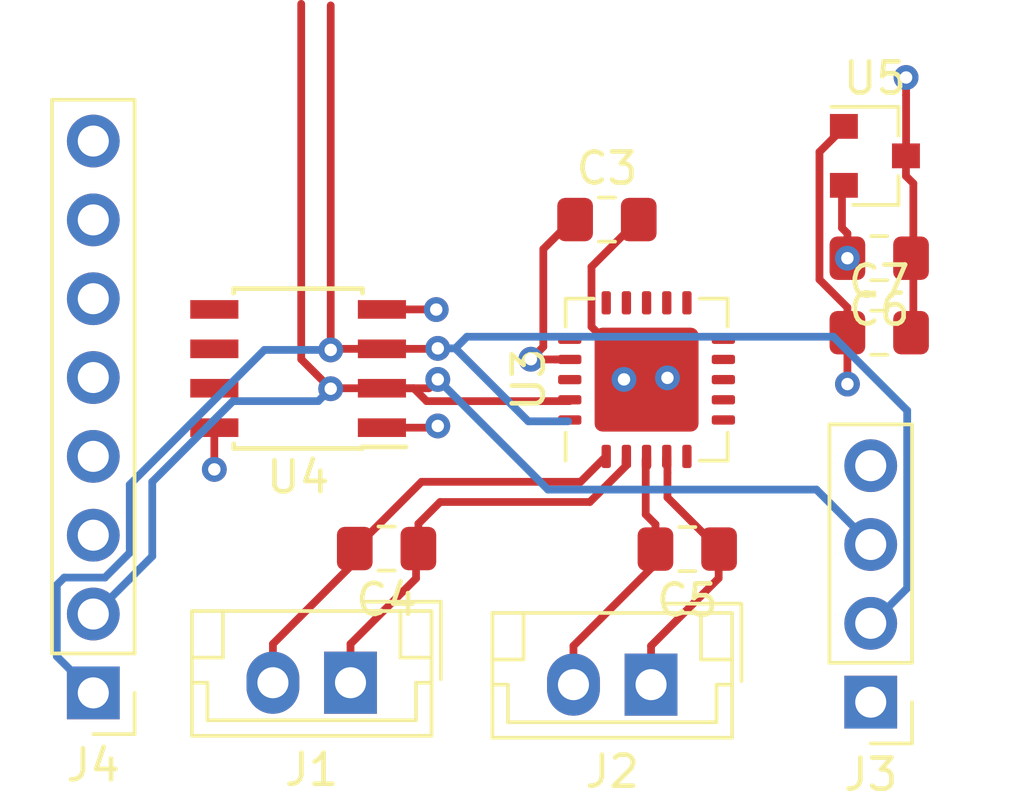
<source format=kicad_pcb>
(kicad_pcb (version 20171130) (host pcbnew "(5.0.0)")

  (general
    (thickness 1.6)
    (drawings 0)
    (tracks 113)
    (zones 0)
    (modules 12)
    (nets 18)
  )

  (page A4)
  (layers
    (0 F.Cu signal)
    (1 power.Cu signal)
    (2 ground.Cu signal)
    (31 B.Cu signal)
    (32 B.Adhes user)
    (33 F.Adhes user)
    (34 B.Paste user)
    (35 F.Paste user)
    (36 B.SilkS user)
    (37 F.SilkS user)
    (38 B.Mask user)
    (39 F.Mask user)
    (40 Dwgs.User user)
    (41 Cmts.User user)
    (42 Eco1.User user)
    (43 Eco2.User user)
    (44 Edge.Cuts user)
    (45 Margin user)
    (46 B.CrtYd user)
    (47 F.CrtYd user)
    (48 B.Fab user)
    (49 F.Fab user)
  )

  (setup
    (last_trace_width 0.25)
    (trace_clearance 0.2)
    (zone_clearance 0.508)
    (zone_45_only no)
    (trace_min 0.2)
    (segment_width 0.2)
    (edge_width 0.1)
    (via_size 0.8)
    (via_drill 0.4)
    (via_min_size 0.4)
    (via_min_drill 0.3)
    (uvia_size 0.3)
    (uvia_drill 0.1)
    (uvias_allowed no)
    (uvia_min_size 0.2)
    (uvia_min_drill 0.1)
    (pcb_text_width 0.3)
    (pcb_text_size 1.5 1.5)
    (mod_edge_width 0.15)
    (mod_text_size 1 1)
    (mod_text_width 0.15)
    (pad_size 1.5 1.5)
    (pad_drill 0.6)
    (pad_to_mask_clearance 0)
    (aux_axis_origin 0 0)
    (visible_elements 7FFFFFFF)
    (pcbplotparams
      (layerselection 0x010fc_ffffffff)
      (usegerberextensions false)
      (usegerberattributes false)
      (usegerberadvancedattributes false)
      (creategerberjobfile false)
      (excludeedgelayer true)
      (linewidth 0.100000)
      (plotframeref false)
      (viasonmask false)
      (mode 1)
      (useauxorigin false)
      (hpglpennumber 1)
      (hpglpenspeed 20)
      (hpglpendiameter 15.000000)
      (psnegative false)
      (psa4output false)
      (plotreference true)
      (plotvalue true)
      (plotinvisibletext false)
      (padsonsilk false)
      (subtractmaskfromsilk false)
      (outputformat 1)
      (mirror false)
      (drillshape 1)
      (scaleselection 1)
      (outputdirectory ""))
  )

  (net 0 "")
  (net 1 +3V3)
  (net 2 GNDS)
  (net 3 /temp1n)
  (net 4 /temp1p)
  (net 5 /temp2p)
  (net 6 /temp2n)
  (net 7 +12P)
  (net 8 /SCL1)
  (net 9 /SDA1)
  (net 10 /SDA)
  (net 11 GNDPWR)
  (net 12 /SCL)
  (net 13 +5VP)
  (net 14 /I2)
  (net 15 /I1)
  (net 16 /DRDY)
  (net 17 GND)

  (net_class Default "This is the default net class."
    (clearance 0.2)
    (trace_width 0.25)
    (via_dia 0.8)
    (via_drill 0.4)
    (uvia_dia 0.3)
    (uvia_drill 0.1)
    (add_net +12P)
    (add_net +3V3)
    (add_net +5VP)
    (add_net /DRDY)
    (add_net /I1)
    (add_net /I2)
    (add_net /SCL)
    (add_net /SCL1)
    (add_net /SDA)
    (add_net /SDA1)
    (add_net /temp1n)
    (add_net /temp1p)
    (add_net /temp2n)
    (add_net /temp2p)
    (add_net GND)
    (add_net GNDPWR)
    (add_net GNDS)
  )

  (module Capacitor_SMD:C_0805_2012Metric_Pad1.15x1.40mm_HandSolder (layer F.Cu) (tedit 5B36C52B) (tstamp 5BC01D7C)
    (at 161.85 86.55)
    (descr "Capacitor SMD 0805 (2012 Metric), square (rectangular) end terminal, IPC_7351 nominal with elongated pad for handsoldering. (Body size source: https://docs.google.com/spreadsheets/d/1BsfQQcO9C6DZCsRaXUlFlo91Tg2WpOkGARC1WS5S8t0/edit?usp=sharing), generated with kicad-footprint-generator")
    (tags "capacitor handsolder")
    (path /5BBA5AFC)
    (attr smd)
    (fp_text reference C3 (at 0 -1.65) (layer F.SilkS)
      (effects (font (size 1 1) (thickness 0.15)))
    )
    (fp_text value 0.1uF (at 0 1.6) (layer F.Fab)
      (effects (font (size 1 1) (thickness 0.15)))
    )
    (fp_line (start -1 0.6) (end -1 -0.6) (layer F.Fab) (width 0.1))
    (fp_line (start -1 -0.6) (end 1 -0.6) (layer F.Fab) (width 0.1))
    (fp_line (start 1 -0.6) (end 1 0.6) (layer F.Fab) (width 0.1))
    (fp_line (start 1 0.6) (end -1 0.6) (layer F.Fab) (width 0.1))
    (fp_line (start -0.261252 -0.71) (end 0.261252 -0.71) (layer F.SilkS) (width 0.12))
    (fp_line (start -0.261252 0.71) (end 0.261252 0.71) (layer F.SilkS) (width 0.12))
    (fp_line (start -1.85 0.95) (end -1.85 -0.95) (layer F.CrtYd) (width 0.05))
    (fp_line (start -1.85 -0.95) (end 1.85 -0.95) (layer F.CrtYd) (width 0.05))
    (fp_line (start 1.85 -0.95) (end 1.85 0.95) (layer F.CrtYd) (width 0.05))
    (fp_line (start 1.85 0.95) (end -1.85 0.95) (layer F.CrtYd) (width 0.05))
    (fp_text user %R (at 0 0) (layer F.Fab)
      (effects (font (size 0.5 0.5) (thickness 0.08)))
    )
    (pad 1 smd roundrect (at -1.025 0) (size 1.15 1.4) (layers F.Cu F.Paste F.Mask) (roundrect_rratio 0.217391)
      (net 1 +3V3))
    (pad 2 smd roundrect (at 1.025 0) (size 1.15 1.4) (layers F.Cu F.Paste F.Mask) (roundrect_rratio 0.217391)
      (net 2 GNDS))
    (model ${KISYS3DMOD}/Capacitor_SMD.3dshapes/C_0805_2012Metric.wrl
      (at (xyz 0 0 0))
      (scale (xyz 1 1 1))
      (rotate (xyz 0 0 0))
    )
  )

  (module Capacitor_SMD:C_0805_2012Metric_Pad1.15x1.40mm_HandSolder (layer F.Cu) (tedit 5B36C52B) (tstamp 5BC0E8CC)
    (at 154.75 97.15 180)
    (descr "Capacitor SMD 0805 (2012 Metric), square (rectangular) end terminal, IPC_7351 nominal with elongated pad for handsoldering. (Body size source: https://docs.google.com/spreadsheets/d/1BsfQQcO9C6DZCsRaXUlFlo91Tg2WpOkGARC1WS5S8t0/edit?usp=sharing), generated with kicad-footprint-generator")
    (tags "capacitor handsolder")
    (path /5BB56C2B)
    (attr smd)
    (fp_text reference C4 (at 0 -1.65 180) (layer F.SilkS)
      (effects (font (size 1 1) (thickness 0.15)))
    )
    (fp_text value 100pF (at 0 1.65 180) (layer F.Fab)
      (effects (font (size 1 1) (thickness 0.15)))
    )
    (fp_text user %R (at 0 0 180) (layer F.Fab)
      (effects (font (size 0.5 0.5) (thickness 0.08)))
    )
    (fp_line (start 1.85 0.95) (end -1.85 0.95) (layer F.CrtYd) (width 0.05))
    (fp_line (start 1.85 -0.95) (end 1.85 0.95) (layer F.CrtYd) (width 0.05))
    (fp_line (start -1.85 -0.95) (end 1.85 -0.95) (layer F.CrtYd) (width 0.05))
    (fp_line (start -1.85 0.95) (end -1.85 -0.95) (layer F.CrtYd) (width 0.05))
    (fp_line (start -0.261252 0.71) (end 0.261252 0.71) (layer F.SilkS) (width 0.12))
    (fp_line (start -0.261252 -0.71) (end 0.261252 -0.71) (layer F.SilkS) (width 0.12))
    (fp_line (start 1 0.6) (end -1 0.6) (layer F.Fab) (width 0.1))
    (fp_line (start 1 -0.6) (end 1 0.6) (layer F.Fab) (width 0.1))
    (fp_line (start -1 -0.6) (end 1 -0.6) (layer F.Fab) (width 0.1))
    (fp_line (start -1 0.6) (end -1 -0.6) (layer F.Fab) (width 0.1))
    (pad 2 smd roundrect (at 1.025 0 180) (size 1.15 1.4) (layers F.Cu F.Paste F.Mask) (roundrect_rratio 0.217391)
      (net 3 /temp1n))
    (pad 1 smd roundrect (at -1.025 0 180) (size 1.15 1.4) (layers F.Cu F.Paste F.Mask) (roundrect_rratio 0.217391)
      (net 4 /temp1p))
    (model ${KISYS3DMOD}/Capacitor_SMD.3dshapes/C_0805_2012Metric.wrl
      (at (xyz 0 0 0))
      (scale (xyz 1 1 1))
      (rotate (xyz 0 0 0))
    )
  )

  (module Capacitor_SMD:C_0805_2012Metric_Pad1.15x1.40mm_HandSolder (layer F.Cu) (tedit 5B36C52B) (tstamp 5BC01D9E)
    (at 164.43888 97.16716 180)
    (descr "Capacitor SMD 0805 (2012 Metric), square (rectangular) end terminal, IPC_7351 nominal with elongated pad for handsoldering. (Body size source: https://docs.google.com/spreadsheets/d/1BsfQQcO9C6DZCsRaXUlFlo91Tg2WpOkGARC1WS5S8t0/edit?usp=sharing), generated with kicad-footprint-generator")
    (tags "capacitor handsolder")
    (path /5BB4C000)
    (attr smd)
    (fp_text reference C5 (at 0 -1.65 180) (layer F.SilkS)
      (effects (font (size 1 1) (thickness 0.15)))
    )
    (fp_text value 100pF (at 0 1.65 180) (layer F.Fab)
      (effects (font (size 1 1) (thickness 0.15)))
    )
    (fp_line (start -1 0.6) (end -1 -0.6) (layer F.Fab) (width 0.1))
    (fp_line (start -1 -0.6) (end 1 -0.6) (layer F.Fab) (width 0.1))
    (fp_line (start 1 -0.6) (end 1 0.6) (layer F.Fab) (width 0.1))
    (fp_line (start 1 0.6) (end -1 0.6) (layer F.Fab) (width 0.1))
    (fp_line (start -0.261252 -0.71) (end 0.261252 -0.71) (layer F.SilkS) (width 0.12))
    (fp_line (start -0.261252 0.71) (end 0.261252 0.71) (layer F.SilkS) (width 0.12))
    (fp_line (start -1.85 0.95) (end -1.85 -0.95) (layer F.CrtYd) (width 0.05))
    (fp_line (start -1.85 -0.95) (end 1.85 -0.95) (layer F.CrtYd) (width 0.05))
    (fp_line (start 1.85 -0.95) (end 1.85 0.95) (layer F.CrtYd) (width 0.05))
    (fp_line (start 1.85 0.95) (end -1.85 0.95) (layer F.CrtYd) (width 0.05))
    (fp_text user %R (at 0 0 180) (layer F.Fab)
      (effects (font (size 0.5 0.5) (thickness 0.08)))
    )
    (pad 1 smd roundrect (at -1.025 0 180) (size 1.15 1.4) (layers F.Cu F.Paste F.Mask) (roundrect_rratio 0.217391)
      (net 5 /temp2p))
    (pad 2 smd roundrect (at 1.025 0 180) (size 1.15 1.4) (layers F.Cu F.Paste F.Mask) (roundrect_rratio 0.217391)
      (net 6 /temp2n))
    (model ${KISYS3DMOD}/Capacitor_SMD.3dshapes/C_0805_2012Metric.wrl
      (at (xyz 0 0 0))
      (scale (xyz 1 1 1))
      (rotate (xyz 0 0 0))
    )
  )

  (module Capacitor_SMD:C_0805_2012Metric_Pad1.15x1.40mm_HandSolder (layer F.Cu) (tedit 5B36C52B) (tstamp 5BC01DAF)
    (at 170.623564 87.794558 180)
    (descr "Capacitor SMD 0805 (2012 Metric), square (rectangular) end terminal, IPC_7351 nominal with elongated pad for handsoldering. (Body size source: https://docs.google.com/spreadsheets/d/1BsfQQcO9C6DZCsRaXUlFlo91Tg2WpOkGARC1WS5S8t0/edit?usp=sharing), generated with kicad-footprint-generator")
    (tags "capacitor handsolder")
    (path /5BAE7EB5)
    (attr smd)
    (fp_text reference C6 (at 0 -1.65 180) (layer F.SilkS)
      (effects (font (size 1 1) (thickness 0.15)))
    )
    (fp_text value 0.1uF (at 0 1.65 180) (layer F.Fab)
      (effects (font (size 1 1) (thickness 0.15)))
    )
    (fp_line (start -1 0.6) (end -1 -0.6) (layer F.Fab) (width 0.1))
    (fp_line (start -1 -0.6) (end 1 -0.6) (layer F.Fab) (width 0.1))
    (fp_line (start 1 -0.6) (end 1 0.6) (layer F.Fab) (width 0.1))
    (fp_line (start 1 0.6) (end -1 0.6) (layer F.Fab) (width 0.1))
    (fp_line (start -0.261252 -0.71) (end 0.261252 -0.71) (layer F.SilkS) (width 0.12))
    (fp_line (start -0.261252 0.71) (end 0.261252 0.71) (layer F.SilkS) (width 0.12))
    (fp_line (start -1.85 0.95) (end -1.85 -0.95) (layer F.CrtYd) (width 0.05))
    (fp_line (start -1.85 -0.95) (end 1.85 -0.95) (layer F.CrtYd) (width 0.05))
    (fp_line (start 1.85 -0.95) (end 1.85 0.95) (layer F.CrtYd) (width 0.05))
    (fp_line (start 1.85 0.95) (end -1.85 0.95) (layer F.CrtYd) (width 0.05))
    (fp_text user %R (at 0 0 180) (layer F.Fab)
      (effects (font (size 0.5 0.5) (thickness 0.08)))
    )
    (pad 1 smd roundrect (at -1.025 0 180) (size 1.15 1.4) (layers F.Cu F.Paste F.Mask) (roundrect_rratio 0.217391)
      (net 17 GND))
    (pad 2 smd roundrect (at 1.025 0 180) (size 1.15 1.4) (layers F.Cu F.Paste F.Mask) (roundrect_rratio 0.217391)
      (net 7 +12P))
    (model ${KISYS3DMOD}/Capacitor_SMD.3dshapes/C_0805_2012Metric.wrl
      (at (xyz 0 0 0))
      (scale (xyz 1 1 1))
      (rotate (xyz 0 0 0))
    )
  )

  (module Capacitor_SMD:C_0805_2012Metric_Pad1.15x1.40mm_HandSolder (layer F.Cu) (tedit 5B36C52B) (tstamp 5BC01DC0)
    (at 170.623564 90.194558)
    (descr "Capacitor SMD 0805 (2012 Metric), square (rectangular) end terminal, IPC_7351 nominal with elongated pad for handsoldering. (Body size source: https://docs.google.com/spreadsheets/d/1BsfQQcO9C6DZCsRaXUlFlo91Tg2WpOkGARC1WS5S8t0/edit?usp=sharing), generated with kicad-footprint-generator")
    (tags "capacitor handsolder")
    (path /5BAE80F1)
    (attr smd)
    (fp_text reference C7 (at 0 -1.65) (layer F.SilkS)
      (effects (font (size 1 1) (thickness 0.15)))
    )
    (fp_text value 0.1uF (at 0 1.65) (layer F.Fab)
      (effects (font (size 1 1) (thickness 0.15)))
    )
    (fp_text user %R (at 0 0) (layer F.Fab)
      (effects (font (size 0.5 0.5) (thickness 0.08)))
    )
    (fp_line (start 1.85 0.95) (end -1.85 0.95) (layer F.CrtYd) (width 0.05))
    (fp_line (start 1.85 -0.95) (end 1.85 0.95) (layer F.CrtYd) (width 0.05))
    (fp_line (start -1.85 -0.95) (end 1.85 -0.95) (layer F.CrtYd) (width 0.05))
    (fp_line (start -1.85 0.95) (end -1.85 -0.95) (layer F.CrtYd) (width 0.05))
    (fp_line (start -0.261252 0.71) (end 0.261252 0.71) (layer F.SilkS) (width 0.12))
    (fp_line (start -0.261252 -0.71) (end 0.261252 -0.71) (layer F.SilkS) (width 0.12))
    (fp_line (start 1 0.6) (end -1 0.6) (layer F.Fab) (width 0.1))
    (fp_line (start 1 -0.6) (end 1 0.6) (layer F.Fab) (width 0.1))
    (fp_line (start -1 -0.6) (end 1 -0.6) (layer F.Fab) (width 0.1))
    (fp_line (start -1 0.6) (end -1 -0.6) (layer F.Fab) (width 0.1))
    (pad 2 smd roundrect (at 1.025 0) (size 1.15 1.4) (layers F.Cu F.Paste F.Mask) (roundrect_rratio 0.217391)
      (net 17 GND))
    (pad 1 smd roundrect (at -1.025 0) (size 1.15 1.4) (layers F.Cu F.Paste F.Mask) (roundrect_rratio 0.217391)
      (net 1 +3V3))
    (model ${KISYS3DMOD}/Capacitor_SMD.3dshapes/C_0805_2012Metric.wrl
      (at (xyz 0 0 0))
      (scale (xyz 1 1 1))
      (rotate (xyz 0 0 0))
    )
  )

  (module Connector_JST:JST_EH_B02B-EH-A_1x02_P2.50mm_Vertical (layer F.Cu) (tedit 5A0EB040) (tstamp 5BC01DE0)
    (at 153.587877 101.473129 180)
    (descr "JST EH series connector, B02B-EH-A (http://www.jst-mfg.com/product/pdf/eng/eEH.pdf), generated with kicad-footprint-generator")
    (tags "connector JST EH side entry")
    (path /5BB56C24)
    (fp_text reference J1 (at 1.25 -2.8 180) (layer F.SilkS)
      (effects (font (size 1 1) (thickness 0.15)))
    )
    (fp_text value Conn_01x02 (at 1.25 3.4 180) (layer F.Fab)
      (effects (font (size 1 1) (thickness 0.15)))
    )
    (fp_text user %R (at 1.25 1.5 180) (layer F.Fab)
      (effects (font (size 1 1) (thickness 0.15)))
    )
    (fp_line (start -2.91 2.61) (end -0.41 2.61) (layer F.Fab) (width 0.1))
    (fp_line (start -2.91 0.11) (end -2.91 2.61) (layer F.Fab) (width 0.1))
    (fp_line (start -2.91 2.61) (end -0.41 2.61) (layer F.SilkS) (width 0.12))
    (fp_line (start -2.91 0.11) (end -2.91 2.61) (layer F.SilkS) (width 0.12))
    (fp_line (start 4.11 0.81) (end 4.11 2.31) (layer F.SilkS) (width 0.12))
    (fp_line (start 5.11 0.81) (end 4.11 0.81) (layer F.SilkS) (width 0.12))
    (fp_line (start -1.61 0.81) (end -1.61 2.31) (layer F.SilkS) (width 0.12))
    (fp_line (start -2.61 0.81) (end -1.61 0.81) (layer F.SilkS) (width 0.12))
    (fp_line (start 4.61 0) (end 5.11 0) (layer F.SilkS) (width 0.12))
    (fp_line (start 4.61 -1.21) (end 4.61 0) (layer F.SilkS) (width 0.12))
    (fp_line (start -2.11 -1.21) (end 4.61 -1.21) (layer F.SilkS) (width 0.12))
    (fp_line (start -2.11 0) (end -2.11 -1.21) (layer F.SilkS) (width 0.12))
    (fp_line (start -2.61 0) (end -2.11 0) (layer F.SilkS) (width 0.12))
    (fp_line (start 5.11 -1.71) (end -2.61 -1.71) (layer F.SilkS) (width 0.12))
    (fp_line (start 5.11 2.31) (end 5.11 -1.71) (layer F.SilkS) (width 0.12))
    (fp_line (start -2.61 2.31) (end 5.11 2.31) (layer F.SilkS) (width 0.12))
    (fp_line (start -2.61 -1.71) (end -2.61 2.31) (layer F.SilkS) (width 0.12))
    (fp_line (start 5.5 -2.1) (end -3 -2.1) (layer F.CrtYd) (width 0.05))
    (fp_line (start 5.5 2.7) (end 5.5 -2.1) (layer F.CrtYd) (width 0.05))
    (fp_line (start -3 2.7) (end 5.5 2.7) (layer F.CrtYd) (width 0.05))
    (fp_line (start -3 -2.1) (end -3 2.7) (layer F.CrtYd) (width 0.05))
    (fp_line (start 5 -1.6) (end -2.5 -1.6) (layer F.Fab) (width 0.1))
    (fp_line (start 5 2.2) (end 5 -1.6) (layer F.Fab) (width 0.1))
    (fp_line (start -2.5 2.2) (end 5 2.2) (layer F.Fab) (width 0.1))
    (fp_line (start -2.5 -1.6) (end -2.5 2.2) (layer F.Fab) (width 0.1))
    (pad 2 thru_hole oval (at 2.5 0 180) (size 1.7 2) (drill 1) (layers *.Cu *.Mask)
      (net 3 /temp1n))
    (pad 1 thru_hole rect (at 0 0 180) (size 1.7 2) (drill 1) (layers *.Cu *.Mask)
      (net 4 /temp1p))
    (model ${KISYS3DMOD}/Connector_JST.3dshapes/JST_EH_B02B-EH-A_1x02_P2.50mm_Vertical.wrl
      (at (xyz 0 0 0))
      (scale (xyz 1 1 1))
      (rotate (xyz 0 0 0))
    )
  )

  (module Connector_JST:JST_EH_B02B-EH-A_1x02_P2.50mm_Vertical (layer F.Cu) (tedit 5A0EB040) (tstamp 5BC01E00)
    (at 163.27188 101.53516 180)
    (descr "JST EH series connector, B02B-EH-A (http://www.jst-mfg.com/product/pdf/eng/eEH.pdf), generated with kicad-footprint-generator")
    (tags "connector JST EH side entry")
    (path /5BB46487)
    (fp_text reference J2 (at 1.25 -2.8 180) (layer F.SilkS)
      (effects (font (size 1 1) (thickness 0.15)))
    )
    (fp_text value Conn_01x02 (at 1.25 3.4 180) (layer F.Fab)
      (effects (font (size 1 1) (thickness 0.15)))
    )
    (fp_line (start -2.5 -1.6) (end -2.5 2.2) (layer F.Fab) (width 0.1))
    (fp_line (start -2.5 2.2) (end 5 2.2) (layer F.Fab) (width 0.1))
    (fp_line (start 5 2.2) (end 5 -1.6) (layer F.Fab) (width 0.1))
    (fp_line (start 5 -1.6) (end -2.5 -1.6) (layer F.Fab) (width 0.1))
    (fp_line (start -3 -2.1) (end -3 2.7) (layer F.CrtYd) (width 0.05))
    (fp_line (start -3 2.7) (end 5.5 2.7) (layer F.CrtYd) (width 0.05))
    (fp_line (start 5.5 2.7) (end 5.5 -2.1) (layer F.CrtYd) (width 0.05))
    (fp_line (start 5.5 -2.1) (end -3 -2.1) (layer F.CrtYd) (width 0.05))
    (fp_line (start -2.61 -1.71) (end -2.61 2.31) (layer F.SilkS) (width 0.12))
    (fp_line (start -2.61 2.31) (end 5.11 2.31) (layer F.SilkS) (width 0.12))
    (fp_line (start 5.11 2.31) (end 5.11 -1.71) (layer F.SilkS) (width 0.12))
    (fp_line (start 5.11 -1.71) (end -2.61 -1.71) (layer F.SilkS) (width 0.12))
    (fp_line (start -2.61 0) (end -2.11 0) (layer F.SilkS) (width 0.12))
    (fp_line (start -2.11 0) (end -2.11 -1.21) (layer F.SilkS) (width 0.12))
    (fp_line (start -2.11 -1.21) (end 4.61 -1.21) (layer F.SilkS) (width 0.12))
    (fp_line (start 4.61 -1.21) (end 4.61 0) (layer F.SilkS) (width 0.12))
    (fp_line (start 4.61 0) (end 5.11 0) (layer F.SilkS) (width 0.12))
    (fp_line (start -2.61 0.81) (end -1.61 0.81) (layer F.SilkS) (width 0.12))
    (fp_line (start -1.61 0.81) (end -1.61 2.31) (layer F.SilkS) (width 0.12))
    (fp_line (start 5.11 0.81) (end 4.11 0.81) (layer F.SilkS) (width 0.12))
    (fp_line (start 4.11 0.81) (end 4.11 2.31) (layer F.SilkS) (width 0.12))
    (fp_line (start -2.91 0.11) (end -2.91 2.61) (layer F.SilkS) (width 0.12))
    (fp_line (start -2.91 2.61) (end -0.41 2.61) (layer F.SilkS) (width 0.12))
    (fp_line (start -2.91 0.11) (end -2.91 2.61) (layer F.Fab) (width 0.1))
    (fp_line (start -2.91 2.61) (end -0.41 2.61) (layer F.Fab) (width 0.1))
    (fp_text user %R (at 1.25 1.5 180) (layer F.Fab)
      (effects (font (size 1 1) (thickness 0.15)))
    )
    (pad 1 thru_hole rect (at 0 0 180) (size 1.7 2) (drill 1) (layers *.Cu *.Mask)
      (net 5 /temp2p))
    (pad 2 thru_hole oval (at 2.5 0 180) (size 1.7 2) (drill 1) (layers *.Cu *.Mask)
      (net 6 /temp2n))
    (model ${KISYS3DMOD}/Connector_JST.3dshapes/JST_EH_B02B-EH-A_1x02_P2.50mm_Vertical.wrl
      (at (xyz 0 0 0))
      (scale (xyz 1 1 1))
      (rotate (xyz 0 0 0))
    )
  )

  (module Package_DFN_QFN:QFN-20-1EP_5x5mm_P0.65mm_EP3.35x3.35mm (layer F.Cu) (tedit 5B4E6D2C) (tstamp 5BC0D705)
    (at 163.12768 91.70676 90)
    (descr "QFN, 20 Pin (http://ww1.microchip.com/downloads/en/PackagingSpec/00000049BQ.pdf (Page 276)), generated with kicad-footprint-generator ipc_dfn_qfn_generator.py")
    (tags "QFN DFN_QFN")
    (path /5BB3F726)
    (attr smd)
    (fp_text reference U3 (at 0 -3.8 90) (layer F.SilkS)
      (effects (font (size 1 1) (thickness 0.15)))
    )
    (fp_text value MAX6581 (at 0 3.8 90) (layer F.Fab)
      (effects (font (size 1 1) (thickness 0.15)))
    )
    (fp_line (start 1.71 -2.61) (end 2.61 -2.61) (layer F.SilkS) (width 0.12))
    (fp_line (start 2.61 -2.61) (end 2.61 -1.71) (layer F.SilkS) (width 0.12))
    (fp_line (start -1.71 2.61) (end -2.61 2.61) (layer F.SilkS) (width 0.12))
    (fp_line (start -2.61 2.61) (end -2.61 1.71) (layer F.SilkS) (width 0.12))
    (fp_line (start 1.71 2.61) (end 2.61 2.61) (layer F.SilkS) (width 0.12))
    (fp_line (start 2.61 2.61) (end 2.61 1.71) (layer F.SilkS) (width 0.12))
    (fp_line (start -1.71 -2.61) (end -2.61 -2.61) (layer F.SilkS) (width 0.12))
    (fp_line (start -1.5 -2.5) (end 2.5 -2.5) (layer F.Fab) (width 0.1))
    (fp_line (start 2.5 -2.5) (end 2.5 2.5) (layer F.Fab) (width 0.1))
    (fp_line (start 2.5 2.5) (end -2.5 2.5) (layer F.Fab) (width 0.1))
    (fp_line (start -2.5 2.5) (end -2.5 -1.5) (layer F.Fab) (width 0.1))
    (fp_line (start -2.5 -1.5) (end -1.5 -2.5) (layer F.Fab) (width 0.1))
    (fp_line (start -3.1 -3.1) (end -3.1 3.1) (layer F.CrtYd) (width 0.05))
    (fp_line (start -3.1 3.1) (end 3.1 3.1) (layer F.CrtYd) (width 0.05))
    (fp_line (start 3.1 3.1) (end 3.1 -3.1) (layer F.CrtYd) (width 0.05))
    (fp_line (start 3.1 -3.1) (end -3.1 -3.1) (layer F.CrtYd) (width 0.05))
    (fp_text user %R (at 0 0 90) (layer F.Fab)
      (effects (font (size 1 1) (thickness 0.15)))
    )
    (pad 21 smd roundrect (at 0 0 90) (size 3.35 3.35) (layers F.Cu F.Mask) (roundrect_rratio 0.074627)
      (net 2 GNDS))
    (pad "" smd roundrect (at -0.84 -0.84 90) (size 1.35 1.35) (layers F.Paste) (roundrect_rratio 0.185185))
    (pad "" smd roundrect (at -0.84 0.84 90) (size 1.35 1.35) (layers F.Paste) (roundrect_rratio 0.185185))
    (pad "" smd roundrect (at 0.84 -0.84 90) (size 1.35 1.35) (layers F.Paste) (roundrect_rratio 0.185185))
    (pad "" smd roundrect (at 0.84 0.84 90) (size 1.35 1.35) (layers F.Paste) (roundrect_rratio 0.185185))
    (pad 1 smd roundrect (at -2.475 -1.3 90) (size 0.75 0.3) (layers F.Cu F.Paste F.Mask) (roundrect_rratio 0.25)
      (net 3 /temp1n))
    (pad 2 smd roundrect (at -2.475 -0.65 90) (size 0.75 0.3) (layers F.Cu F.Paste F.Mask) (roundrect_rratio 0.25)
      (net 4 /temp1p))
    (pad 3 smd roundrect (at -2.475 0 90) (size 0.75 0.3) (layers F.Cu F.Paste F.Mask) (roundrect_rratio 0.25)
      (net 6 /temp2n))
    (pad 4 smd roundrect (at -2.475 0.65 90) (size 0.75 0.3) (layers F.Cu F.Paste F.Mask) (roundrect_rratio 0.25)
      (net 5 /temp2p))
    (pad 5 smd roundrect (at -2.475 1.3 90) (size 0.75 0.3) (layers F.Cu F.Paste F.Mask) (roundrect_rratio 0.25))
    (pad 6 smd roundrect (at -1.3 2.475 90) (size 0.3 0.75) (layers F.Cu F.Paste F.Mask) (roundrect_rratio 0.25))
    (pad 7 smd roundrect (at -0.65 2.475 90) (size 0.3 0.75) (layers F.Cu F.Paste F.Mask) (roundrect_rratio 0.25))
    (pad 8 smd roundrect (at 0 2.475 90) (size 0.3 0.75) (layers F.Cu F.Paste F.Mask) (roundrect_rratio 0.25))
    (pad 9 smd roundrect (at 0.65 2.475 90) (size 0.3 0.75) (layers F.Cu F.Paste F.Mask) (roundrect_rratio 0.25))
    (pad 10 smd roundrect (at 1.3 2.475 90) (size 0.3 0.75) (layers F.Cu F.Paste F.Mask) (roundrect_rratio 0.25))
    (pad 11 smd roundrect (at 2.475 1.3 90) (size 0.75 0.3) (layers F.Cu F.Paste F.Mask) (roundrect_rratio 0.25))
    (pad 12 smd roundrect (at 2.475 0.65 90) (size 0.75 0.3) (layers F.Cu F.Paste F.Mask) (roundrect_rratio 0.25))
    (pad 13 smd roundrect (at 2.475 0 90) (size 0.75 0.3) (layers F.Cu F.Paste F.Mask) (roundrect_rratio 0.25))
    (pad 14 smd roundrect (at 2.475 -0.65 90) (size 0.75 0.3) (layers F.Cu F.Paste F.Mask) (roundrect_rratio 0.25))
    (pad 15 smd roundrect (at 2.475 -1.3 90) (size 0.75 0.3) (layers F.Cu F.Paste F.Mask) (roundrect_rratio 0.25))
    (pad 16 smd roundrect (at 1.3 -2.475 90) (size 0.3 0.75) (layers F.Cu F.Paste F.Mask) (roundrect_rratio 0.25))
    (pad 17 smd roundrect (at 0.65 -2.475 90) (size 0.3 0.75) (layers F.Cu F.Paste F.Mask) (roundrect_rratio 0.25)
      (net 1 +3V3))
    (pad 18 smd roundrect (at 0 -2.475 90) (size 0.3 0.75) (layers F.Cu F.Paste F.Mask) (roundrect_rratio 0.25))
    (pad 19 smd roundrect (at -0.65 -2.475 90) (size 0.3 0.75) (layers F.Cu F.Paste F.Mask) (roundrect_rratio 0.25)
      (net 9 /SDA1))
    (pad 20 smd roundrect (at -1.3 -2.475 90) (size 0.3 0.75) (layers F.Cu F.Paste F.Mask) (roundrect_rratio 0.25)
      (net 8 /SCL1))
    (model ${KISYS3DMOD}/Package_DFN_QFN.3dshapes/QFN-20-1EP_5x5mm_P0.65mm_EP3.35x3.35mm.wrl
      (at (xyz 0 0 0))
      (scale (xyz 1 1 1))
      (rotate (xyz 0 0 0))
    )
  )

  (module Package_SO:SOIC-8_3.9x4.9mm_P1.27mm (layer F.Cu) (tedit 5A02F2D3) (tstamp 5BC01EE9)
    (at 151.9 91.35 180)
    (descr "8-Lead Plastic Small Outline (SN) - Narrow, 3.90 mm Body [SOIC] (see Microchip Packaging Specification 00000049BS.pdf)")
    (tags "SOIC 1.27")
    (path /5BAE8E67)
    (attr smd)
    (fp_text reference U4 (at 0 -3.5 180) (layer F.SilkS)
      (effects (font (size 1 1) (thickness 0.15)))
    )
    (fp_text value ADuM1250 (at 0 3.5 180) (layer F.Fab)
      (effects (font (size 1 1) (thickness 0.15)))
    )
    (fp_text user %R (at 0 0 180) (layer F.Fab)
      (effects (font (size 1 1) (thickness 0.15)))
    )
    (fp_line (start -0.95 -2.45) (end 1.95 -2.45) (layer F.Fab) (width 0.1))
    (fp_line (start 1.95 -2.45) (end 1.95 2.45) (layer F.Fab) (width 0.1))
    (fp_line (start 1.95 2.45) (end -1.95 2.45) (layer F.Fab) (width 0.1))
    (fp_line (start -1.95 2.45) (end -1.95 -1.45) (layer F.Fab) (width 0.1))
    (fp_line (start -1.95 -1.45) (end -0.95 -2.45) (layer F.Fab) (width 0.1))
    (fp_line (start -3.73 -2.7) (end -3.73 2.7) (layer F.CrtYd) (width 0.05))
    (fp_line (start 3.73 -2.7) (end 3.73 2.7) (layer F.CrtYd) (width 0.05))
    (fp_line (start -3.73 -2.7) (end 3.73 -2.7) (layer F.CrtYd) (width 0.05))
    (fp_line (start -3.73 2.7) (end 3.73 2.7) (layer F.CrtYd) (width 0.05))
    (fp_line (start -2.075 -2.575) (end -2.075 -2.525) (layer F.SilkS) (width 0.15))
    (fp_line (start 2.075 -2.575) (end 2.075 -2.43) (layer F.SilkS) (width 0.15))
    (fp_line (start 2.075 2.575) (end 2.075 2.43) (layer F.SilkS) (width 0.15))
    (fp_line (start -2.075 2.575) (end -2.075 2.43) (layer F.SilkS) (width 0.15))
    (fp_line (start -2.075 -2.575) (end 2.075 -2.575) (layer F.SilkS) (width 0.15))
    (fp_line (start -2.075 2.575) (end 2.075 2.575) (layer F.SilkS) (width 0.15))
    (fp_line (start -2.075 -2.525) (end -3.475 -2.525) (layer F.SilkS) (width 0.15))
    (pad 1 smd rect (at -2.7 -1.905 180) (size 1.55 0.6) (layers F.Cu F.Paste F.Mask)
      (net 1 +3V3))
    (pad 2 smd rect (at -2.7 -0.635 180) (size 1.55 0.6) (layers F.Cu F.Paste F.Mask)
      (net 9 /SDA1))
    (pad 3 smd rect (at -2.7 0.635 180) (size 1.55 0.6) (layers F.Cu F.Paste F.Mask)
      (net 8 /SCL1))
    (pad 4 smd rect (at -2.7 1.905 180) (size 1.55 0.6) (layers F.Cu F.Paste F.Mask)
      (net 2 GNDS))
    (pad 5 smd rect (at 2.7 1.905 180) (size 1.55 0.6) (layers F.Cu F.Paste F.Mask)
      (net 11 GNDPWR))
    (pad 6 smd rect (at 2.7 0.635 180) (size 1.55 0.6) (layers F.Cu F.Paste F.Mask)
      (net 12 /SCL))
    (pad 7 smd rect (at 2.7 -0.635 180) (size 1.55 0.6) (layers F.Cu F.Paste F.Mask)
      (net 10 /SDA))
    (pad 8 smd rect (at 2.7 -1.905 180) (size 1.55 0.6) (layers F.Cu F.Paste F.Mask)
      (net 13 +5VP))
    (model ${KISYS3DMOD}/Package_SO.3dshapes/SOIC-8_3.9x4.9mm_P1.27mm.wrl
      (at (xyz 0 0 0))
      (scale (xyz 1 1 1))
      (rotate (xyz 0 0 0))
    )
  )

  (module Package_TO_SOT_SMD:SOT-23 (layer F.Cu) (tedit 5A02FF57) (tstamp 5BC01EFE)
    (at 170.485124 84.496998)
    (descr "SOT-23, Standard")
    (tags SOT-23)
    (path /5BAE790A)
    (attr smd)
    (fp_text reference U5 (at 0 -2.5) (layer F.SilkS)
      (effects (font (size 1 1) (thickness 0.15)))
    )
    (fp_text value LM3480-3.3 (at 0 2.5) (layer F.Fab)
      (effects (font (size 1 1) (thickness 0.15)))
    )
    (fp_text user %R (at 0 0 90) (layer F.Fab)
      (effects (font (size 0.5 0.5) (thickness 0.075)))
    )
    (fp_line (start -0.7 -0.95) (end -0.7 1.5) (layer F.Fab) (width 0.1))
    (fp_line (start -0.15 -1.52) (end 0.7 -1.52) (layer F.Fab) (width 0.1))
    (fp_line (start -0.7 -0.95) (end -0.15 -1.52) (layer F.Fab) (width 0.1))
    (fp_line (start 0.7 -1.52) (end 0.7 1.52) (layer F.Fab) (width 0.1))
    (fp_line (start -0.7 1.52) (end 0.7 1.52) (layer F.Fab) (width 0.1))
    (fp_line (start 0.76 1.58) (end 0.76 0.65) (layer F.SilkS) (width 0.12))
    (fp_line (start 0.76 -1.58) (end 0.76 -0.65) (layer F.SilkS) (width 0.12))
    (fp_line (start -1.7 -1.75) (end 1.7 -1.75) (layer F.CrtYd) (width 0.05))
    (fp_line (start 1.7 -1.75) (end 1.7 1.75) (layer F.CrtYd) (width 0.05))
    (fp_line (start 1.7 1.75) (end -1.7 1.75) (layer F.CrtYd) (width 0.05))
    (fp_line (start -1.7 1.75) (end -1.7 -1.75) (layer F.CrtYd) (width 0.05))
    (fp_line (start 0.76 -1.58) (end -1.4 -1.58) (layer F.SilkS) (width 0.12))
    (fp_line (start 0.76 1.58) (end -0.7 1.58) (layer F.SilkS) (width 0.12))
    (pad 1 smd rect (at -1 -0.95) (size 0.9 0.8) (layers F.Cu F.Paste F.Mask)
      (net 1 +3V3))
    (pad 2 smd rect (at -1 0.95) (size 0.9 0.8) (layers F.Cu F.Paste F.Mask)
      (net 7 +12P))
    (pad 3 smd rect (at 1 0) (size 0.9 0.8) (layers F.Cu F.Paste F.Mask)
      (net 17 GND))
    (model ${KISYS3DMOD}/Package_TO_SOT_SMD.3dshapes/SOT-23.wrl
      (at (xyz 0 0 0))
      (scale (xyz 1 1 1))
      (rotate (xyz 0 0 0))
    )
  )

  (module Connector_PinHeader_2.54mm:PinHeader_1x08_P2.54mm_Vertical (layer F.Cu) (tedit 59FED5CC) (tstamp 5BE38B20)
    (at 145.3 101.8 180)
    (descr "Through hole straight pin header, 1x08, 2.54mm pitch, single row")
    (tags "Through hole pin header THT 1x08 2.54mm single row")
    (path /5BE29057)
    (fp_text reference J4 (at 0 -2.33 180) (layer F.SilkS)
      (effects (font (size 1 1) (thickness 0.15)))
    )
    (fp_text value LSM303 (at 0 20.11 180) (layer F.Fab)
      (effects (font (size 1 1) (thickness 0.15)))
    )
    (fp_line (start -0.635 -1.27) (end 1.27 -1.27) (layer F.Fab) (width 0.1))
    (fp_line (start 1.27 -1.27) (end 1.27 19.05) (layer F.Fab) (width 0.1))
    (fp_line (start 1.27 19.05) (end -1.27 19.05) (layer F.Fab) (width 0.1))
    (fp_line (start -1.27 19.05) (end -1.27 -0.635) (layer F.Fab) (width 0.1))
    (fp_line (start -1.27 -0.635) (end -0.635 -1.27) (layer F.Fab) (width 0.1))
    (fp_line (start -1.33 19.11) (end 1.33 19.11) (layer F.SilkS) (width 0.12))
    (fp_line (start -1.33 1.27) (end -1.33 19.11) (layer F.SilkS) (width 0.12))
    (fp_line (start 1.33 1.27) (end 1.33 19.11) (layer F.SilkS) (width 0.12))
    (fp_line (start -1.33 1.27) (end 1.33 1.27) (layer F.SilkS) (width 0.12))
    (fp_line (start -1.33 0) (end -1.33 -1.33) (layer F.SilkS) (width 0.12))
    (fp_line (start -1.33 -1.33) (end 0 -1.33) (layer F.SilkS) (width 0.12))
    (fp_line (start -1.8 -1.8) (end -1.8 19.55) (layer F.CrtYd) (width 0.05))
    (fp_line (start -1.8 19.55) (end 1.8 19.55) (layer F.CrtYd) (width 0.05))
    (fp_line (start 1.8 19.55) (end 1.8 -1.8) (layer F.CrtYd) (width 0.05))
    (fp_line (start 1.8 -1.8) (end -1.8 -1.8) (layer F.CrtYd) (width 0.05))
    (fp_text user %R (at 0 8.89 270) (layer F.Fab)
      (effects (font (size 1 1) (thickness 0.15)))
    )
    (pad 1 thru_hole rect (at 0 0 180) (size 1.7 1.7) (drill 1) (layers *.Cu *.Mask)
      (net 8 /SCL1))
    (pad 2 thru_hole oval (at 0 2.54 180) (size 1.7 1.7) (drill 1) (layers *.Cu *.Mask)
      (net 9 /SDA1))
    (pad 3 thru_hole oval (at 0 5.08 180) (size 1.7 1.7) (drill 1) (layers *.Cu *.Mask)
      (net 14 /I2))
    (pad 4 thru_hole oval (at 0 7.62 180) (size 1.7 1.7) (drill 1) (layers *.Cu *.Mask)
      (net 15 /I1))
    (pad 5 thru_hole oval (at 0 10.16 180) (size 1.7 1.7) (drill 1) (layers *.Cu *.Mask)
      (net 16 /DRDY))
    (pad 6 thru_hole oval (at 0 12.7 180) (size 1.7 1.7) (drill 1) (layers *.Cu *.Mask)
      (net 2 GNDS))
    (pad 7 thru_hole oval (at 0 15.24 180) (size 1.7 1.7) (drill 1) (layers *.Cu *.Mask)
      (net 1 +3V3))
    (pad 8 thru_hole oval (at 0 17.78 180) (size 1.7 1.7) (drill 1) (layers *.Cu *.Mask)
      (net 1 +3V3))
    (model ${KISYS3DMOD}/Connector_PinHeader_2.54mm.3dshapes/PinHeader_1x08_P2.54mm_Vertical.wrl
      (at (xyz 0 0 0))
      (scale (xyz 1 1 1))
      (rotate (xyz 0 0 0))
    )
  )

  (module Connector_PinHeader_2.54mm:PinHeader_1x04_P2.54mm_Vertical (layer F.Cu) (tedit 59FED5CC) (tstamp 5BE38B6E)
    (at 170.35 102.1 180)
    (descr "Through hole straight pin header, 1x04, 2.54mm pitch, single row")
    (tags "Through hole pin header THT 1x04 2.54mm single row")
    (path /5BE290B2)
    (fp_text reference J3 (at 0 -2.33 180) (layer F.SilkS)
      (effects (font (size 1 1) (thickness 0.15)))
    )
    (fp_text value Bar02 (at 0 9.95 180) (layer F.Fab)
      (effects (font (size 1 1) (thickness 0.15)))
    )
    (fp_line (start -0.635 -1.27) (end 1.27 -1.27) (layer F.Fab) (width 0.1))
    (fp_line (start 1.27 -1.27) (end 1.27 8.89) (layer F.Fab) (width 0.1))
    (fp_line (start 1.27 8.89) (end -1.27 8.89) (layer F.Fab) (width 0.1))
    (fp_line (start -1.27 8.89) (end -1.27 -0.635) (layer F.Fab) (width 0.1))
    (fp_line (start -1.27 -0.635) (end -0.635 -1.27) (layer F.Fab) (width 0.1))
    (fp_line (start -1.33 8.95) (end 1.33 8.95) (layer F.SilkS) (width 0.12))
    (fp_line (start -1.33 1.27) (end -1.33 8.95) (layer F.SilkS) (width 0.12))
    (fp_line (start 1.33 1.27) (end 1.33 8.95) (layer F.SilkS) (width 0.12))
    (fp_line (start -1.33 1.27) (end 1.33 1.27) (layer F.SilkS) (width 0.12))
    (fp_line (start -1.33 0) (end -1.33 -1.33) (layer F.SilkS) (width 0.12))
    (fp_line (start -1.33 -1.33) (end 0 -1.33) (layer F.SilkS) (width 0.12))
    (fp_line (start -1.8 -1.8) (end -1.8 9.4) (layer F.CrtYd) (width 0.05))
    (fp_line (start -1.8 9.4) (end 1.8 9.4) (layer F.CrtYd) (width 0.05))
    (fp_line (start 1.8 9.4) (end 1.8 -1.8) (layer F.CrtYd) (width 0.05))
    (fp_line (start 1.8 -1.8) (end -1.8 -1.8) (layer F.CrtYd) (width 0.05))
    (fp_text user %R (at 0 3.81 270) (layer F.Fab)
      (effects (font (size 1 1) (thickness 0.15)))
    )
    (pad 1 thru_hole rect (at 0 0 180) (size 1.7 1.7) (drill 1) (layers *.Cu *.Mask)
      (net 1 +3V3))
    (pad 2 thru_hole oval (at 0 2.54 180) (size 1.7 1.7) (drill 1) (layers *.Cu *.Mask)
      (net 8 /SCL1))
    (pad 3 thru_hole oval (at 0 5.08 180) (size 1.7 1.7) (drill 1) (layers *.Cu *.Mask)
      (net 9 /SDA1))
    (pad 4 thru_hole oval (at 0 7.62 180) (size 1.7 1.7) (drill 1) (layers *.Cu *.Mask)
      (net 2 GNDS))
    (model ${KISYS3DMOD}/Connector_PinHeader_2.54mm.3dshapes/PinHeader_1x04_P2.54mm_Vertical.wrl
      (at (xyz 0 0 0))
      (scale (xyz 1 1 1))
      (rotate (xyz 0 0 0))
    )
  )

  (via (at 169.6 91.85) (size 0.8) (drill 0.4) (layers F.Cu B.Cu) (net 1))
  (via (at 159.4 91.05) (size 0.8) (drill 0.4) (layers F.Cu B.Cu) (net 1))
  (via (at 156.4 93.2) (size 0.8) (drill 0.4) (layers F.Cu B.Cu) (net 1))
  (segment (start 169.598564 90.194558) (end 169.598564 89.382748) (width 0.25) (layer F.Cu) (net 1))
  (segment (start 169.598564 89.382748) (end 168.698554 88.482738) (width 0.25) (layer F.Cu) (net 1))
  (segment (start 168.698554 84.369568) (end 169.473564 83.594558) (width 0.25) (layer F.Cu) (net 1))
  (segment (start 168.698554 84.369568) (end 168.698554 88.482738) (width 0.25) (layer F.Cu) (net 1))
  (segment (start 156.345 93.255) (end 156.4 93.2) (width 0.25) (layer F.Cu) (net 1))
  (segment (start 154.6 93.255) (end 156.345 93.255) (width 0.25) (layer F.Cu) (net 1))
  (segment (start 159.40676 91.05676) (end 159.4 91.05) (width 0.25) (layer F.Cu) (net 1))
  (segment (start 160.65268 91.05676) (end 159.40676 91.05676) (width 0.25) (layer F.Cu) (net 1))
  (segment (start 160.65268 91.05676) (end 160.17768 91.05676) (width 0.25) (layer F.Cu) (net 1))
  (segment (start 159.95267 87.34733) (end 160.75 86.55) (width 0.25) (layer F.Cu) (net 1))
  (segment (start 169.598564 91.848564) (end 169.6 91.85) (width 0.25) (layer F.Cu) (net 1))
  (segment (start 169.598564 90.194558) (end 169.598564 91.848564) (width 0.25) (layer F.Cu) (net 1))
  (segment (start 159.799999 87.500001) (end 159.95267 87.34733) (width 0.25) (layer F.Cu) (net 1))
  (segment (start 159.799999 90.650001) (end 159.799999 87.500001) (width 0.25) (layer F.Cu) (net 1))
  (segment (start 159.4 91.05) (end 159.799999 90.650001) (width 0.25) (layer F.Cu) (net 1))
  (via (at 163.8 91.65) (size 0.8) (drill 0.4) (layers F.Cu B.Cu) (net 2))
  (via (at 162.4 91.7) (size 0.8) (drill 0.4) (layers F.Cu B.Cu) (net 2))
  (via (at 156.35 89.45) (size 0.8) (drill 0.4) (layers F.Cu B.Cu) (net 2))
  (segment (start 156.345 89.445) (end 156.35 89.45) (width 0.25) (layer F.Cu) (net 2))
  (segment (start 154.6 89.445) (end 156.345 89.445) (width 0.25) (layer F.Cu) (net 2))
  (segment (start 161.35267 88.07233) (end 161.35267 90.00267) (width 0.25) (layer F.Cu) (net 2))
  (segment (start 162.875 86.55) (end 161.35267 88.07233) (width 0.25) (layer F.Cu) (net 2))
  (segment (start 161.35267 90.00267) (end 162.15 90.8) (width 0.25) (layer F.Cu) (net 2))
  (segment (start 153.725 97.15) (end 155.875 95) (width 0.25) (layer F.Cu) (net 3))
  (segment (start 155.875 95) (end 161 95) (width 0.25) (layer F.Cu) (net 3))
  (segment (start 161 95) (end 161.8 94.2) (width 0.25) (layer F.Cu) (net 3))
  (segment (start 151.087877 100.223129) (end 153.75 97.561006) (width 0.25) (layer F.Cu) (net 3))
  (segment (start 151.087877 101.473129) (end 151.087877 100.223129) (width 0.25) (layer F.Cu) (net 3))
  (segment (start 153.75 97.561006) (end 153.75 97.2) (width 0.25) (layer F.Cu) (net 3))
  (segment (start 153.587877 101.473129) (end 153.587877 101.323129) (width 0.25) (layer F.Cu) (net 4))
  (segment (start 155.775 96.35) (end 156.475 95.65) (width 0.25) (layer F.Cu) (net 4))
  (segment (start 155.775 97.15) (end 155.775 96.35) (width 0.25) (layer F.Cu) (net 4))
  (segment (start 161.300142 95.65) (end 162.45 94.500142) (width 0.25) (layer F.Cu) (net 4))
  (segment (start 156.475 95.65) (end 161.300142 95.65) (width 0.25) (layer F.Cu) (net 4))
  (segment (start 162.45 94.500142) (end 162.45 94.3) (width 0.25) (layer F.Cu) (net 4))
  (segment (start 153.587877 100.223129) (end 155.7 98.111006) (width 0.25) (layer F.Cu) (net 4))
  (segment (start 153.587877 101.473129) (end 153.587877 100.223129) (width 0.25) (layer F.Cu) (net 4))
  (segment (start 155.7 98.111006) (end 155.7 97.2) (width 0.25) (layer F.Cu) (net 4))
  (segment (start 163.27188 101.53516) (end 163.27188 101.38516) (width 0.25) (layer F.Cu) (net 5))
  (segment (start 163.75 94.444782) (end 163.75 94.25) (width 0.25) (layer F.Cu) (net 5))
  (segment (start 163.8 94.70604) (end 163.8 94.25) (width 0.25) (layer F.Cu) (net 5))
  (segment (start 163.8 95.50328) (end 163.8 94.70604) (width 0.25) (layer F.Cu) (net 5))
  (segment (start 165.46388 97.16716) (end 163.8 95.50328) (width 0.25) (layer F.Cu) (net 5))
  (segment (start 163.27188 100.28516) (end 165.45 98.10704) (width 0.25) (layer F.Cu) (net 5))
  (segment (start 163.27188 101.53516) (end 163.27188 100.28516) (width 0.25) (layer F.Cu) (net 5))
  (segment (start 165.45 98.10704) (end 165.45 97.35) (width 0.25) (layer F.Cu) (net 5))
  (segment (start 163.15 94.494782) (end 163.15 94.25) (width 0.25) (layer F.Cu) (net 6))
  (segment (start 163.1 94.500142) (end 163.1 94.25) (width 0.25) (layer F.Cu) (net 6))
  (segment (start 163.41388 96.36716) (end 163.1 96.05328) (width 0.25) (layer F.Cu) (net 6))
  (segment (start 163.41388 97.16716) (end 163.41388 96.36716) (width 0.25) (layer F.Cu) (net 6))
  (segment (start 163.1 96.05328) (end 163.1 94.3) (width 0.25) (layer F.Cu) (net 6))
  (segment (start 160.77188 100.28516) (end 163.45 97.60704) (width 0.25) (layer F.Cu) (net 6))
  (segment (start 160.77188 101.53516) (end 160.77188 100.28516) (width 0.25) (layer F.Cu) (net 6))
  (segment (start 163.45 97.60704) (end 163.45 97.2) (width 0.25) (layer F.Cu) (net 6))
  (segment (start 169.598564 86.994558) (end 169.423564 86.819558) (width 0.25) (layer F.Cu) (net 7))
  (segment (start 169.598564 87.794558) (end 169.598564 87.794558) (width 0.25) (layer F.Cu) (net 7))
  (segment (start 169.423564 86.819558) (end 169.423564 85.444558) (width 0.25) (layer F.Cu) (net 7))
  (segment (start 169.598564 87.794558) (end 169.598564 86.994558) (width 0.25) (layer F.Cu) (net 7) (tstamp 5BF25925))
  (via (at 169.598564 87.794558) (size 0.8) (drill 0.4) (layers F.Cu B.Cu) (net 7))
  (via (at 156.4 90.7) (size 0.8) (drill 0.4) (layers F.Cu B.Cu) (net 8) (tstamp 5BF0A24C))
  (via (at 152.95 90.75) (size 0.8) (drill 0.4) (layers F.Cu B.Cu) (net 8))
  (segment (start 152.985 90.715) (end 152.95 90.75) (width 0.25) (layer F.Cu) (net 8))
  (segment (start 154.6 90.715) (end 152.985 90.715) (width 0.25) (layer F.Cu) (net 8))
  (segment (start 145.674003 98.084999) (end 144.365001 98.084999) (width 0.25) (layer B.Cu) (net 8))
  (segment (start 146.475001 97.284001) (end 145.674003 98.084999) (width 0.25) (layer B.Cu) (net 8))
  (segment (start 146.475001 95.088589) (end 146.475001 97.284001) (width 0.25) (layer B.Cu) (net 8))
  (segment (start 152.95 90.75) (end 150.81359 90.75) (width 0.25) (layer B.Cu) (net 8))
  (segment (start 150.81359 90.75) (end 146.475001 95.088589) (width 0.25) (layer B.Cu) (net 8))
  (segment (start 144.365001 98.084999) (end 144.124999 98.325001) (width 0.25) (layer B.Cu) (net 8))
  (segment (start 144.124999 98.325001) (end 144.124999 100.624999) (width 0.25) (layer B.Cu) (net 8))
  (segment (start 144.124999 100.624999) (end 145.25 101.75) (width 0.25) (layer B.Cu) (net 8))
  (segment (start 156.385 90.715) (end 156.4 90.7) (width 0.25) (layer F.Cu) (net 8))
  (segment (start 154.6 90.715) (end 156.385 90.715) (width 0.25) (layer F.Cu) (net 8))
  (segment (start 156.965685 90.7) (end 159.315685 93.05) (width 0.25) (layer B.Cu) (net 8))
  (segment (start 156.4 90.7) (end 156.965685 90.7) (width 0.25) (layer B.Cu) (net 8))
  (segment (start 159.315685 93.05) (end 160.6 93.05) (width 0.25) (layer B.Cu) (net 8))
  (segment (start 171.525001 92.701999) (end 171.525001 98.424999) (width 0.25) (layer B.Cu) (net 8))
  (segment (start 169.148001 90.324999) (end 171.525001 92.701999) (width 0.25) (layer B.Cu) (net 8))
  (segment (start 156.965685 90.7) (end 157.340686 90.324999) (width 0.25) (layer B.Cu) (net 8))
  (segment (start 157.340686 90.324999) (end 169.148001 90.324999) (width 0.25) (layer B.Cu) (net 8))
  (segment (start 171.525001 98.424999) (end 170.3 99.65) (width 0.25) (layer B.Cu) (net 8))
  (segment (start 152.95 90.75) (end 152.95 79.65) (width 0.25) (layer F.Cu) (net 8))
  (via (at 156.4 91.7) (size 0.8) (drill 0.4) (layers F.Cu B.Cu) (net 9) (tstamp 5BF0A254))
  (via (at 152.95 92) (size 0.8) (drill 0.4) (layers F.Cu B.Cu) (net 9))
  (segment (start 155.625 91.985) (end 156.04 92.4) (width 0.25) (layer F.Cu) (net 9))
  (segment (start 154.6 91.985) (end 155.625 91.985) (width 0.25) (layer F.Cu) (net 9))
  (segment (start 156.04 92.4) (end 160.65 92.4) (width 0.25) (layer F.Cu) (net 9))
  (segment (start 152.965 91.985) (end 152.95 92) (width 0.25) (layer F.Cu) (net 9))
  (segment (start 154.6 91.985) (end 152.965 91.985) (width 0.25) (layer F.Cu) (net 9))
  (segment (start 152.550001 92.399999) (end 149.800001 92.399999) (width 0.25) (layer B.Cu) (net 9))
  (segment (start 152.95 92) (end 152.550001 92.399999) (width 0.25) (layer B.Cu) (net 9))
  (segment (start 149.800001 92.399999) (end 147.2 95) (width 0.25) (layer B.Cu) (net 9))
  (segment (start 147.2 95) (end 147.2 97.4) (width 0.25) (layer B.Cu) (net 9))
  (segment (start 147.2 97.4) (end 145.3 99.3) (width 0.25) (layer B.Cu) (net 9))
  (segment (start 156.115 91.985) (end 156.4 91.7) (width 0.25) (layer F.Cu) (net 9))
  (segment (start 154.6 91.985) (end 156.115 91.985) (width 0.25) (layer F.Cu) (net 9))
  (segment (start 156.4 91.7) (end 159.95 95.25) (width 0.25) (layer B.Cu) (net 9))
  (segment (start 159.95 95.25) (end 168.6 95.25) (width 0.25) (layer B.Cu) (net 9))
  (segment (start 168.6 95.25) (end 170.4 97.05) (width 0.25) (layer B.Cu) (net 9))
  (segment (start 152.95 92) (end 152 91.05) (width 0.25) (layer F.Cu) (net 9))
  (segment (start 152 91.05) (end 152 79.6) (width 0.25) (layer F.Cu) (net 9))
  (via (at 149.2 94.6) (size 0.8) (drill 0.4) (layers F.Cu B.Cu) (net 13))
  (segment (start 149.2 93.255) (end 149.2 94.6) (width 0.25) (layer F.Cu) (net 13))
  (via (at 171.489545 81.971994) (size 0.8) (drill 0.4) (layers F.Cu B.Cu) (net 17))
  (segment (start 171.485124 85.146998) (end 171.723564 85.385438) (width 0.25) (layer F.Cu) (net 17))
  (segment (start 171.485124 84.496998) (end 171.485124 85.146998) (width 0.25) (layer F.Cu) (net 17))
  (segment (start 171.723564 85.385438) (end 171.723564 90.244558) (width 0.25) (layer F.Cu) (net 17))
  (segment (start 171.723564 87.744558) (end 171.673564 87.794558) (width 0.25) (layer F.Cu) (net 17))
  (segment (start 171.489545 81.971994) (end 171.489545 82.537679) (width 0.25) (layer F.Cu) (net 17))
  (segment (start 171.489545 82.537679) (end 171.489545 84.521994) (width 0.25) (layer F.Cu) (net 17))

  (zone (net 1) (net_name +3V3) (layer power.Cu) (tstamp 0) (hatch edge 0.508)
    (connect_pads no (clearance 0.508))
    (min_thickness 0.254)
    (fill yes (arc_segments 16) (thermal_gap 0.508) (thermal_bridge_width 0.508))
    (polygon
      (pts
        (xy 147.6 81.6) (xy 142.8 81.6) (xy 142.8 104.4) (xy 173 104.6) (xy 172.8 89.2)
        (xy 167.6 89.4) (xy 166.8 89.4) (xy 166.8 85) (xy 151.2 85) (xy 151.2 95.8)
        (xy 147.6 95.8)
      )
    )
    (filled_polygon
      (pts
        (xy 147.473 89.673751) (xy 147.11372 89.822569) (xy 146.822569 90.11372) (xy 146.665 90.494126) (xy 146.665 90.905874)
        (xy 146.822569 91.28628) (xy 146.911289 91.375) (xy 146.822569 91.46372) (xy 146.793154 91.534735) (xy 146.698839 91.060582)
        (xy 146.370625 90.569375) (xy 146.072239 90.37) (xy 146.370625 90.170625) (xy 146.698839 89.679418) (xy 146.814092 89.1)
        (xy 146.698839 88.520582) (xy 146.370625 88.029375) (xy 146.072239 87.83) (xy 146.370625 87.630625) (xy 146.698839 87.139418)
        (xy 146.814092 86.56) (xy 146.698839 85.980582) (xy 146.370625 85.489375) (xy 146.072239 85.29) (xy 146.370625 85.090625)
        (xy 146.698839 84.599418) (xy 146.814092 84.02) (xy 146.698839 83.440582) (xy 146.370625 82.949375) (xy 145.879418 82.621161)
        (xy 145.446256 82.535) (xy 145.153744 82.535) (xy 144.720582 82.621161) (xy 144.229375 82.949375) (xy 143.901161 83.440582)
        (xy 143.785908 84.02) (xy 143.901161 84.599418) (xy 144.229375 85.090625) (xy 144.527761 85.29) (xy 144.229375 85.489375)
        (xy 143.901161 85.980582) (xy 143.785908 86.56) (xy 143.901161 87.139418) (xy 144.229375 87.630625) (xy 144.527761 87.83)
        (xy 144.229375 88.029375) (xy 143.901161 88.520582) (xy 143.785908 89.1) (xy 143.901161 89.679418) (xy 144.229375 90.170625)
        (xy 144.527761 90.37) (xy 144.229375 90.569375) (xy 143.901161 91.060582) (xy 143.785908 91.64) (xy 143.901161 92.219418)
        (xy 144.229375 92.710625) (xy 144.527761 92.91) (xy 144.229375 93.109375) (xy 143.901161 93.600582) (xy 143.785908 94.18)
        (xy 143.901161 94.759418) (xy 144.229375 95.250625) (xy 144.527761 95.45) (xy 144.229375 95.649375) (xy 143.901161 96.140582)
        (xy 143.785908 96.72) (xy 143.901161 97.299418) (xy 144.229375 97.790625) (xy 144.527761 97.99) (xy 144.229375 98.189375)
        (xy 143.901161 98.680582) (xy 143.785908 99.26) (xy 143.901161 99.839418) (xy 144.229375 100.330625) (xy 144.247619 100.342816)
        (xy 144.202235 100.351843) (xy 143.992191 100.492191) (xy 143.851843 100.702235) (xy 143.80256 100.95) (xy 143.80256 102.65)
        (xy 143.851843 102.897765) (xy 143.992191 103.107809) (xy 144.202235 103.248157) (xy 144.45 103.29744) (xy 146.15 103.29744)
        (xy 146.397765 103.248157) (xy 146.607809 103.107809) (xy 146.748157 102.897765) (xy 146.79744 102.65) (xy 146.79744 101.176873)
        (xy 149.602877 101.176873) (xy 149.602877 101.769384) (xy 149.689038 102.202546) (xy 150.017252 102.693754) (xy 150.508459 103.021968)
        (xy 151.087877 103.137221) (xy 151.667294 103.021968) (xy 152.137158 102.708015) (xy 152.13972 102.720894) (xy 152.280068 102.930938)
        (xy 152.490112 103.071286) (xy 152.737877 103.120569) (xy 154.437877 103.120569) (xy 154.685642 103.071286) (xy 154.895686 102.930938)
        (xy 155.036034 102.720894) (xy 155.085317 102.473129) (xy 155.085317 101.238904) (xy 159.28688 101.238904) (xy 159.28688 101.831415)
        (xy 159.373041 102.264577) (xy 159.701255 102.755785) (xy 160.192462 103.083999) (xy 160.77188 103.199252) (xy 161.351297 103.083999)
        (xy 161.821161 102.770046) (xy 161.823723 102.782925) (xy 161.964071 102.992969) (xy 162.174115 103.133317) (xy 162.42188 103.1826)
        (xy 164.12188 103.1826) (xy 164.369645 103.133317) (xy 164.579689 102.992969) (xy 164.720037 102.782925) (xy 164.76932 102.53516)
        (xy 164.76932 100.53516) (xy 164.720037 100.287395) (xy 164.579689 100.077351) (xy 164.369645 99.937003) (xy 164.12188 99.88772)
        (xy 162.42188 99.88772) (xy 162.174115 99.937003) (xy 161.964071 100.077351) (xy 161.823723 100.287395) (xy 161.821161 100.300274)
        (xy 161.351298 99.986321) (xy 160.77188 99.871068) (xy 160.192463 99.986321) (xy 159.701255 100.314535) (xy 159.373041 100.805742)
        (xy 159.28688 101.238904) (xy 155.085317 101.238904) (xy 155.085317 100.473129) (xy 155.036034 100.225364) (xy 154.895686 100.01532)
        (xy 154.685642 99.874972) (xy 154.437877 99.825689) (xy 152.737877 99.825689) (xy 152.490112 99.874972) (xy 152.280068 100.01532)
        (xy 152.13972 100.225364) (xy 152.137158 100.238243) (xy 151.667295 99.92429) (xy 151.087877 99.809037) (xy 150.50846 99.92429)
        (xy 150.017252 100.252504) (xy 149.689038 100.743711) (xy 149.602877 101.176873) (xy 146.79744 101.176873) (xy 146.79744 100.95)
        (xy 146.748157 100.702235) (xy 146.607809 100.492191) (xy 146.397765 100.351843) (xy 146.352381 100.342816) (xy 146.370625 100.330625)
        (xy 146.698839 99.839418) (xy 146.814092 99.26) (xy 146.698839 98.680582) (xy 146.370625 98.189375) (xy 146.072239 97.99)
        (xy 146.370625 97.790625) (xy 146.698839 97.299418) (xy 146.814092 96.72) (xy 146.698839 96.140582) (xy 146.370625 95.649375)
        (xy 146.072239 95.45) (xy 146.370625 95.250625) (xy 146.698839 94.759418) (xy 146.814092 94.18) (xy 146.698839 93.600582)
        (xy 146.370625 93.109375) (xy 146.072239 92.91) (xy 146.370625 92.710625) (xy 146.668628 92.264632) (xy 146.822569 92.63628)
        (xy 147.11372 92.927431) (xy 147.473 93.076249) (xy 147.473 95.8) (xy 147.482667 95.848601) (xy 147.510197 95.889803)
        (xy 147.551399 95.917333) (xy 147.6 95.927) (xy 151.2 95.927) (xy 151.248601 95.917333) (xy 151.289803 95.889803)
        (xy 151.317333 95.848601) (xy 151.327 95.8) (xy 151.327 94.48) (xy 168.835908 94.48) (xy 168.951161 95.059418)
        (xy 169.279375 95.550625) (xy 169.577761 95.75) (xy 169.279375 95.949375) (xy 168.951161 96.440582) (xy 168.835908 97.02)
        (xy 168.951161 97.599418) (xy 169.279375 98.090625) (xy 169.577761 98.29) (xy 169.279375 98.489375) (xy 168.951161 98.980582)
        (xy 168.835908 99.56) (xy 168.951161 100.139418) (xy 169.279375 100.630625) (xy 169.297619 100.642816) (xy 169.252235 100.651843)
        (xy 169.042191 100.792191) (xy 168.901843 101.002235) (xy 168.85256 101.25) (xy 168.85256 102.95) (xy 168.901843 103.197765)
        (xy 169.042191 103.407809) (xy 169.252235 103.548157) (xy 169.5 103.59744) (xy 171.2 103.59744) (xy 171.447765 103.548157)
        (xy 171.657809 103.407809) (xy 171.798157 103.197765) (xy 171.84744 102.95) (xy 171.84744 101.25) (xy 171.798157 101.002235)
        (xy 171.657809 100.792191) (xy 171.447765 100.651843) (xy 171.402381 100.642816) (xy 171.420625 100.630625) (xy 171.748839 100.139418)
        (xy 171.864092 99.56) (xy 171.748839 98.980582) (xy 171.420625 98.489375) (xy 171.122239 98.29) (xy 171.420625 98.090625)
        (xy 171.748839 97.599418) (xy 171.864092 97.02) (xy 171.748839 96.440582) (xy 171.420625 95.949375) (xy 171.122239 95.75)
        (xy 171.420625 95.550625) (xy 171.748839 95.059418) (xy 171.864092 94.48) (xy 171.748839 93.900582) (xy 171.420625 93.409375)
        (xy 170.929418 93.081161) (xy 170.496256 92.995) (xy 170.203744 92.995) (xy 169.770582 93.081161) (xy 169.279375 93.409375)
        (xy 168.951161 93.900582) (xy 168.835908 94.48) (xy 151.327 94.48) (xy 151.327 90.544126) (xy 151.915 90.544126)
        (xy 151.915 90.955874) (xy 152.072569 91.33628) (xy 152.111289 91.375) (xy 152.072569 91.41372) (xy 151.915 91.794126)
        (xy 151.915 92.205874) (xy 152.072569 92.58628) (xy 152.36372 92.877431) (xy 152.744126 93.035) (xy 153.155874 93.035)
        (xy 153.53628 92.877431) (xy 153.827431 92.58628) (xy 153.985 92.205874) (xy 153.985 91.794126) (xy 153.827431 91.41372)
        (xy 153.788711 91.375) (xy 153.827431 91.33628) (xy 153.985 90.955874) (xy 153.985 90.544126) (xy 153.827431 90.16372)
        (xy 153.53628 89.872569) (xy 153.155874 89.715) (xy 152.744126 89.715) (xy 152.36372 89.872569) (xy 152.072569 90.16372)
        (xy 151.915 90.544126) (xy 151.327 90.544126) (xy 151.327 89.244126) (xy 155.315 89.244126) (xy 155.315 89.655874)
        (xy 155.472569 90.03628) (xy 155.536289 90.1) (xy 155.522569 90.11372) (xy 155.365 90.494126) (xy 155.365 90.905874)
        (xy 155.486831 91.2) (xy 155.365 91.494126) (xy 155.365 91.905874) (xy 155.522569 92.28628) (xy 155.81372 92.577431)
        (xy 156.194126 92.735) (xy 156.605874 92.735) (xy 156.98628 92.577431) (xy 157.277431 92.28628) (xy 157.435 91.905874)
        (xy 157.435 91.494126) (xy 161.365 91.494126) (xy 161.365 91.905874) (xy 161.522569 92.28628) (xy 161.81372 92.577431)
        (xy 162.194126 92.735) (xy 162.605874 92.735) (xy 162.98628 92.577431) (xy 163.125 92.438711) (xy 163.21372 92.527431)
        (xy 163.594126 92.685) (xy 164.005874 92.685) (xy 164.38628 92.527431) (xy 164.677431 92.23628) (xy 164.835 91.855874)
        (xy 164.835 91.444126) (xy 164.677431 91.06372) (xy 164.38628 90.772569) (xy 164.005874 90.615) (xy 163.594126 90.615)
        (xy 163.21372 90.772569) (xy 163.075 90.911289) (xy 162.98628 90.822569) (xy 162.605874 90.665) (xy 162.194126 90.665)
        (xy 161.81372 90.822569) (xy 161.522569 91.11372) (xy 161.365 91.494126) (xy 157.435 91.494126) (xy 157.313169 91.2)
        (xy 157.435 90.905874) (xy 157.435 90.494126) (xy 157.277431 90.11372) (xy 157.213711 90.05) (xy 157.227431 90.03628)
        (xy 157.385 89.655874) (xy 157.385 89.244126) (xy 157.227431 88.86372) (xy 156.93628 88.572569) (xy 156.555874 88.415)
        (xy 156.144126 88.415) (xy 155.76372 88.572569) (xy 155.472569 88.86372) (xy 155.315 89.244126) (xy 151.327 89.244126)
        (xy 151.327 85.127) (xy 166.673 85.127) (xy 166.673 89.4) (xy 166.682667 89.448601) (xy 166.710197 89.489803)
        (xy 166.751399 89.517333) (xy 166.8 89.527) (xy 167.6 89.527) (xy 167.604881 89.526906) (xy 172.674703 89.331913)
        (xy 172.871329 104.472145) (xy 142.927 104.273838) (xy 142.927 81.727) (xy 147.473 81.727)
      )
    )
  )
  (zone (net 7) (net_name +12P) (layer power.Cu) (tstamp 0) (hatch edge 0.508)
    (connect_pads no (clearance 0.508))
    (min_thickness 0.254)
    (fill yes (arc_segments 16) (thermal_gap 0.508) (thermal_bridge_width 0.508))
    (polygon
      (pts
        (xy 167.4 88.8) (xy 172.8 88.8) (xy 172.8 84.4) (xy 167.4 84.4)
      )
    )
    (filled_polygon
      (pts
        (xy 172.673 88.673) (xy 167.527 88.673) (xy 167.527 84.527) (xy 172.673 84.527)
      )
    )
  )
  (zone (net 13) (net_name +5VP) (layer power.Cu) (tstamp 0) (hatch edge 0.508)
    (connect_pads no (clearance 0.508))
    (min_thickness 0.254)
    (fill yes (arc_segments 16) (thermal_gap 0.508) (thermal_bridge_width 0.508))
    (polygon
      (pts
        (xy 148 81.6) (xy 148 95.4) (xy 150.8 95.4) (xy 150.8 81.6)
      )
    )
    (filled_polygon
      (pts
        (xy 150.673 95.273) (xy 148.127 95.273) (xy 148.127 92.993407) (xy 148.28628 92.927431) (xy 148.577431 92.63628)
        (xy 148.735 92.255874) (xy 148.735 91.844126) (xy 148.577431 91.46372) (xy 148.488711 91.375) (xy 148.577431 91.28628)
        (xy 148.735 90.905874) (xy 148.735 90.494126) (xy 148.577431 90.11372) (xy 148.28628 89.822569) (xy 148.127 89.756593)
        (xy 148.127 81.727) (xy 150.673 81.727)
      )
    )
  )
  (zone (net 2) (net_name GNDS) (layer ground.Cu) (tstamp 0) (hatch edge 0.508)
    (connect_pads no (clearance 0.508))
    (min_thickness 0.254)
    (fill yes (arc_segments 16) (thermal_gap 0.508) (thermal_bridge_width 0.508))
    (polygon
      (pts
        (xy 142.4 81.2) (xy 142.4 104.8) (xy 173.4 104.8) (xy 173.4 92.8) (xy 167.4 92.8)
        (xy 167.4 81.2)
      )
    )
    (filled_polygon
      (pts
        (xy 167.273 92.8) (xy 167.282667 92.848601) (xy 167.310197 92.889803) (xy 167.351399 92.917333) (xy 167.4 92.927)
        (xy 173.273 92.927) (xy 173.273 104.673) (xy 142.527 104.673) (xy 142.527 84.02) (xy 143.785908 84.02)
        (xy 143.901161 84.599418) (xy 144.229375 85.090625) (xy 144.527761 85.29) (xy 144.229375 85.489375) (xy 143.901161 85.980582)
        (xy 143.785908 86.56) (xy 143.901161 87.139418) (xy 144.229375 87.630625) (xy 144.527761 87.83) (xy 144.229375 88.029375)
        (xy 143.901161 88.520582) (xy 143.785908 89.1) (xy 143.901161 89.679418) (xy 144.229375 90.170625) (xy 144.527761 90.37)
        (xy 144.229375 90.569375) (xy 143.901161 91.060582) (xy 143.785908 91.64) (xy 143.901161 92.219418) (xy 144.229375 92.710625)
        (xy 144.527761 92.91) (xy 144.229375 93.109375) (xy 143.901161 93.600582) (xy 143.785908 94.18) (xy 143.901161 94.759418)
        (xy 144.229375 95.250625) (xy 144.527761 95.45) (xy 144.229375 95.649375) (xy 143.901161 96.140582) (xy 143.785908 96.72)
        (xy 143.901161 97.299418) (xy 144.229375 97.790625) (xy 144.527761 97.99) (xy 144.229375 98.189375) (xy 143.901161 98.680582)
        (xy 143.785908 99.26) (xy 143.901161 99.839418) (xy 144.229375 100.330625) (xy 144.247619 100.342816) (xy 144.202235 100.351843)
        (xy 143.992191 100.492191) (xy 143.851843 100.702235) (xy 143.80256 100.95) (xy 143.80256 102.65) (xy 143.851843 102.897765)
        (xy 143.992191 103.107809) (xy 144.202235 103.248157) (xy 144.45 103.29744) (xy 146.15 103.29744) (xy 146.397765 103.248157)
        (xy 146.607809 103.107809) (xy 146.748157 102.897765) (xy 146.79744 102.65) (xy 146.79744 101.176873) (xy 149.602877 101.176873)
        (xy 149.602877 101.769384) (xy 149.689038 102.202546) (xy 150.017252 102.693754) (xy 150.508459 103.021968) (xy 151.087877 103.137221)
        (xy 151.667294 103.021968) (xy 152.137158 102.708015) (xy 152.13972 102.720894) (xy 152.280068 102.930938) (xy 152.490112 103.071286)
        (xy 152.737877 103.120569) (xy 154.437877 103.120569) (xy 154.685642 103.071286) (xy 154.895686 102.930938) (xy 155.036034 102.720894)
        (xy 155.085317 102.473129) (xy 155.085317 101.238904) (xy 159.28688 101.238904) (xy 159.28688 101.831415) (xy 159.373041 102.264577)
        (xy 159.701255 102.755785) (xy 160.192462 103.083999) (xy 160.77188 103.199252) (xy 161.351297 103.083999) (xy 161.821161 102.770046)
        (xy 161.823723 102.782925) (xy 161.964071 102.992969) (xy 162.174115 103.133317) (xy 162.42188 103.1826) (xy 164.12188 103.1826)
        (xy 164.369645 103.133317) (xy 164.579689 102.992969) (xy 164.720037 102.782925) (xy 164.76932 102.53516) (xy 164.76932 100.53516)
        (xy 164.720037 100.287395) (xy 164.579689 100.077351) (xy 164.369645 99.937003) (xy 164.12188 99.88772) (xy 162.42188 99.88772)
        (xy 162.174115 99.937003) (xy 161.964071 100.077351) (xy 161.823723 100.287395) (xy 161.821161 100.300274) (xy 161.351298 99.986321)
        (xy 160.77188 99.871068) (xy 160.192463 99.986321) (xy 159.701255 100.314535) (xy 159.373041 100.805742) (xy 159.28688 101.238904)
        (xy 155.085317 101.238904) (xy 155.085317 100.473129) (xy 155.036034 100.225364) (xy 154.895686 100.01532) (xy 154.685642 99.874972)
        (xy 154.437877 99.825689) (xy 152.737877 99.825689) (xy 152.490112 99.874972) (xy 152.280068 100.01532) (xy 152.13972 100.225364)
        (xy 152.137158 100.238243) (xy 151.667295 99.92429) (xy 151.087877 99.809037) (xy 150.50846 99.92429) (xy 150.017252 100.252504)
        (xy 149.689038 100.743711) (xy 149.602877 101.176873) (xy 146.79744 101.176873) (xy 146.79744 100.95) (xy 146.748157 100.702235)
        (xy 146.607809 100.492191) (xy 146.397765 100.351843) (xy 146.352381 100.342816) (xy 146.370625 100.330625) (xy 146.698839 99.839418)
        (xy 146.814092 99.26) (xy 146.698839 98.680582) (xy 146.370625 98.189375) (xy 146.072239 97.99) (xy 146.370625 97.790625)
        (xy 146.698839 97.299418) (xy 146.814092 96.72) (xy 146.698839 96.140582) (xy 146.370625 95.649375) (xy 146.072239 95.45)
        (xy 146.370625 95.250625) (xy 146.698839 94.759418) (xy 146.771499 94.394126) (xy 148.165 94.394126) (xy 148.165 94.805874)
        (xy 148.322569 95.18628) (xy 148.61372 95.477431) (xy 148.994126 95.635) (xy 149.405874 95.635) (xy 149.78628 95.477431)
        (xy 150.077431 95.18628) (xy 150.235 94.805874) (xy 150.235 94.48) (xy 168.835908 94.48) (xy 168.951161 95.059418)
        (xy 169.279375 95.550625) (xy 169.577761 95.75) (xy 169.279375 95.949375) (xy 168.951161 96.440582) (xy 168.835908 97.02)
        (xy 168.951161 97.599418) (xy 169.279375 98.090625) (xy 169.577761 98.29) (xy 169.279375 98.489375) (xy 168.951161 98.980582)
        (xy 168.835908 99.56) (xy 168.951161 100.139418) (xy 169.279375 100.630625) (xy 169.297619 100.642816) (xy 169.252235 100.651843)
        (xy 169.042191 100.792191) (xy 168.901843 101.002235) (xy 168.85256 101.25) (xy 168.85256 102.95) (xy 168.901843 103.197765)
        (xy 169.042191 103.407809) (xy 169.252235 103.548157) (xy 169.5 103.59744) (xy 171.2 103.59744) (xy 171.447765 103.548157)
        (xy 171.657809 103.407809) (xy 171.798157 103.197765) (xy 171.84744 102.95) (xy 171.84744 101.25) (xy 171.798157 101.002235)
        (xy 171.657809 100.792191) (xy 171.447765 100.651843) (xy 171.402381 100.642816) (xy 171.420625 100.630625) (xy 171.748839 100.139418)
        (xy 171.864092 99.56) (xy 171.748839 98.980582) (xy 171.420625 98.489375) (xy 171.122239 98.29) (xy 171.420625 98.090625)
        (xy 171.748839 97.599418) (xy 171.864092 97.02) (xy 171.748839 96.440582) (xy 171.420625 95.949375) (xy 171.122239 95.75)
        (xy 171.420625 95.550625) (xy 171.748839 95.059418) (xy 171.864092 94.48) (xy 171.748839 93.900582) (xy 171.420625 93.409375)
        (xy 170.929418 93.081161) (xy 170.496256 92.995) (xy 170.203744 92.995) (xy 169.770582 93.081161) (xy 169.279375 93.409375)
        (xy 168.951161 93.900582) (xy 168.835908 94.48) (xy 150.235 94.48) (xy 150.235 94.394126) (xy 150.077431 94.01372)
        (xy 149.78628 93.722569) (xy 149.405874 93.565) (xy 148.994126 93.565) (xy 148.61372 93.722569) (xy 148.322569 94.01372)
        (xy 148.165 94.394126) (xy 146.771499 94.394126) (xy 146.814092 94.18) (xy 146.698839 93.600582) (xy 146.370625 93.109375)
        (xy 146.072239 92.91) (xy 146.370625 92.710625) (xy 146.668628 92.264632) (xy 146.822569 92.63628) (xy 147.11372 92.927431)
        (xy 147.494126 93.085) (xy 147.905874 93.085) (xy 148.28628 92.927431) (xy 148.577431 92.63628) (xy 148.735 92.255874)
        (xy 148.735 91.844126) (xy 148.577431 91.46372) (xy 148.488711 91.375) (xy 148.577431 91.28628) (xy 148.735 90.905874)
        (xy 148.735 90.544126) (xy 151.915 90.544126) (xy 151.915 90.955874) (xy 152.072569 91.33628) (xy 152.111289 91.375)
        (xy 152.072569 91.41372) (xy 151.915 91.794126) (xy 151.915 92.205874) (xy 152.072569 92.58628) (xy 152.36372 92.877431)
        (xy 152.744126 93.035) (xy 153.155874 93.035) (xy 153.53628 92.877431) (xy 153.827431 92.58628) (xy 153.985 92.205874)
        (xy 153.985 91.794126) (xy 153.827431 91.41372) (xy 153.788711 91.375) (xy 153.827431 91.33628) (xy 153.985 90.955874)
        (xy 153.985 90.544126) (xy 153.96429 90.494126) (xy 155.365 90.494126) (xy 155.365 90.905874) (xy 155.486831 91.2)
        (xy 155.365 91.494126) (xy 155.365 91.905874) (xy 155.522569 92.28628) (xy 155.686289 92.45) (xy 155.522569 92.61372)
        (xy 155.365 92.994126) (xy 155.365 93.405874) (xy 155.522569 93.78628) (xy 155.81372 94.077431) (xy 156.194126 94.235)
        (xy 156.605874 94.235) (xy 156.98628 94.077431) (xy 157.277431 93.78628) (xy 157.435 93.405874) (xy 157.435 92.994126)
        (xy 157.277431 92.61372) (xy 157.113711 92.45) (xy 157.277431 92.28628) (xy 157.435 91.905874) (xy 157.435 91.494126)
        (xy 157.313169 91.2) (xy 157.435 90.905874) (xy 157.435 90.844126) (xy 158.365 90.844126) (xy 158.365 91.255874)
        (xy 158.522569 91.63628) (xy 158.81372 91.927431) (xy 159.194126 92.085) (xy 159.605874 92.085) (xy 159.98628 91.927431)
        (xy 160.277431 91.63628) (xy 160.435 91.255874) (xy 160.435 90.844126) (xy 160.277431 90.46372) (xy 159.98628 90.172569)
        (xy 159.605874 90.015) (xy 159.194126 90.015) (xy 158.81372 90.172569) (xy 158.522569 90.46372) (xy 158.365 90.844126)
        (xy 157.435 90.844126) (xy 157.435 90.494126) (xy 157.277431 90.11372) (xy 156.98628 89.822569) (xy 156.605874 89.665)
        (xy 156.194126 89.665) (xy 155.81372 89.822569) (xy 155.522569 90.11372) (xy 155.365 90.494126) (xy 153.96429 90.494126)
        (xy 153.827431 90.16372) (xy 153.53628 89.872569) (xy 153.155874 89.715) (xy 152.744126 89.715) (xy 152.36372 89.872569)
        (xy 152.072569 90.16372) (xy 151.915 90.544126) (xy 148.735 90.544126) (xy 148.735 90.494126) (xy 148.577431 90.11372)
        (xy 148.28628 89.822569) (xy 147.905874 89.665) (xy 147.494126 89.665) (xy 147.11372 89.822569) (xy 146.822569 90.11372)
        (xy 146.665 90.494126) (xy 146.665 90.905874) (xy 146.822569 91.28628) (xy 146.911289 91.375) (xy 146.822569 91.46372)
        (xy 146.793154 91.534735) (xy 146.698839 91.060582) (xy 146.370625 90.569375) (xy 146.072239 90.37) (xy 146.370625 90.170625)
        (xy 146.698839 89.679418) (xy 146.814092 89.1) (xy 146.698839 88.520582) (xy 146.370625 88.029375) (xy 146.072239 87.83)
        (xy 146.370625 87.630625) (xy 146.698839 87.139418) (xy 146.814092 86.56) (xy 146.698839 85.980582) (xy 146.370625 85.489375)
        (xy 146.072239 85.29) (xy 146.370625 85.090625) (xy 146.698839 84.599418) (xy 146.814092 84.02) (xy 146.698839 83.440582)
        (xy 146.370625 82.949375) (xy 145.879418 82.621161) (xy 145.446256 82.535) (xy 145.153744 82.535) (xy 144.720582 82.621161)
        (xy 144.229375 82.949375) (xy 143.901161 83.440582) (xy 143.785908 84.02) (xy 142.527 84.02) (xy 142.527 81.327)
        (xy 167.273 81.327)
      )
    )
  )
  (zone (net 17) (net_name GND) (layer ground.Cu) (tstamp 0) (hatch edge 0.508)
    (connect_pads no (clearance 0.508))
    (min_thickness 0.254)
    (fill yes (arc_segments 16) (thermal_gap 0.508) (thermal_bridge_width 0.508))
    (polygon
      (pts
        (xy 167.8 79.6) (xy 167.8 92.4) (xy 175.2 92.4) (xy 175.2 79.6)
      )
    )
    (filled_polygon
      (pts
        (xy 175.073 92.273) (xy 170.545064 92.273) (xy 170.635 92.055874) (xy 170.635 91.644126) (xy 170.477431 91.26372)
        (xy 170.18628 90.972569) (xy 169.805874 90.815) (xy 169.394126 90.815) (xy 169.01372 90.972569) (xy 168.722569 91.26372)
        (xy 168.565 91.644126) (xy 168.565 92.055874) (xy 168.654936 92.273) (xy 167.927 92.273) (xy 167.927 87.588684)
        (xy 168.563564 87.588684) (xy 168.563564 88.000432) (xy 168.721133 88.380838) (xy 169.012284 88.671989) (xy 169.39269 88.829558)
        (xy 169.804438 88.829558) (xy 170.184844 88.671989) (xy 170.475995 88.380838) (xy 170.633564 88.000432) (xy 170.633564 87.588684)
        (xy 170.475995 87.208278) (xy 170.184844 86.917127) (xy 169.804438 86.759558) (xy 169.39269 86.759558) (xy 169.012284 86.917127)
        (xy 168.721133 87.208278) (xy 168.563564 87.588684) (xy 167.927 87.588684) (xy 167.927 79.727) (xy 175.073 79.727)
      )
    )
  )
)

</source>
